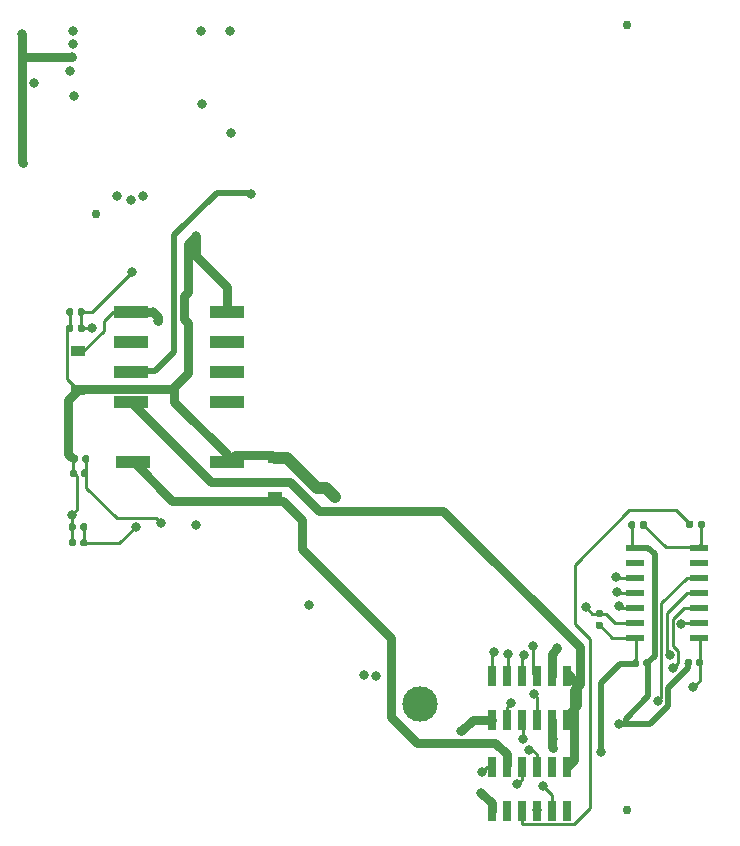
<source format=gbr>
G04 #@! TF.GenerationSoftware,KiCad,Pcbnew,5.1.6+dfsg1-1~bpo10+1*
G04 #@! TF.CreationDate,2021-06-19T16:41:49-04:00*
G04 #@! TF.ProjectId,RUSP_Daughterboard,52555350-5f44-4617-9567-68746572626f,rev?*
G04 #@! TF.SameCoordinates,Original*
G04 #@! TF.FileFunction,Copper,L4,Bot*
G04 #@! TF.FilePolarity,Positive*
%FSLAX46Y46*%
G04 Gerber Fmt 4.6, Leading zero omitted, Abs format (unit mm)*
G04 Created by KiCad (PCBNEW 5.1.6+dfsg1-1~bpo10+1) date 2021-06-19 16:41:49*
%MOMM*%
%LPD*%
G01*
G04 APERTURE LIST*
G04 #@! TA.AperFunction,ComponentPad*
%ADD10C,3.000000*%
G04 #@! TD*
G04 #@! TA.AperFunction,SMDPad,CuDef*
%ADD11C,0.750000*%
G04 #@! TD*
G04 #@! TA.AperFunction,SMDPad,CuDef*
%ADD12R,0.740000X1.675000*%
G04 #@! TD*
G04 #@! TA.AperFunction,SMDPad,CuDef*
%ADD13R,1.500000X0.600000*%
G04 #@! TD*
G04 #@! TA.AperFunction,SMDPad,CuDef*
%ADD14R,1.200000X0.900000*%
G04 #@! TD*
G04 #@! TA.AperFunction,SMDPad,CuDef*
%ADD15R,3.000000X1.110000*%
G04 #@! TD*
G04 #@! TA.AperFunction,ViaPad*
%ADD16C,0.800000*%
G04 #@! TD*
G04 #@! TA.AperFunction,Conductor*
%ADD17C,0.250000*%
G04 #@! TD*
G04 #@! TA.AperFunction,Conductor*
%ADD18C,0.750000*%
G04 #@! TD*
G04 #@! TA.AperFunction,Conductor*
%ADD19C,1.000000*%
G04 #@! TD*
G04 #@! TA.AperFunction,Conductor*
%ADD20C,0.500000*%
G04 #@! TD*
G04 APERTURE END LIST*
D10*
X154000000Y-128000000D03*
G04 #@! TA.AperFunction,SMDPad,CuDef*
G36*
G01*
X173180000Y-112677500D02*
X173180000Y-113022500D01*
G75*
G02*
X173032500Y-113170000I-147500J0D01*
G01*
X172737500Y-113170000D01*
G75*
G02*
X172590000Y-113022500I0J147500D01*
G01*
X172590000Y-112677500D01*
G75*
G02*
X172737500Y-112530000I147500J0D01*
G01*
X173032500Y-112530000D01*
G75*
G02*
X173180000Y-112677500I0J-147500D01*
G01*
G37*
G04 #@! TD.AperFunction*
G04 #@! TA.AperFunction,SMDPad,CuDef*
G36*
G01*
X172210000Y-112677500D02*
X172210000Y-113022500D01*
G75*
G02*
X172062500Y-113170000I-147500J0D01*
G01*
X171767500Y-113170000D01*
G75*
G02*
X171620000Y-113022500I0J147500D01*
G01*
X171620000Y-112677500D01*
G75*
G02*
X171767500Y-112530000I147500J0D01*
G01*
X172062500Y-112530000D01*
G75*
G02*
X172210000Y-112677500I0J-147500D01*
G01*
G37*
G04 #@! TD.AperFunction*
G04 #@! TA.AperFunction,SMDPad,CuDef*
G36*
G01*
X177490000Y-112972500D02*
X177490000Y-112627500D01*
G75*
G02*
X177637500Y-112480000I147500J0D01*
G01*
X177932500Y-112480000D01*
G75*
G02*
X178080000Y-112627500I0J-147500D01*
G01*
X178080000Y-112972500D01*
G75*
G02*
X177932500Y-113120000I-147500J0D01*
G01*
X177637500Y-113120000D01*
G75*
G02*
X177490000Y-112972500I0J147500D01*
G01*
G37*
G04 #@! TD.AperFunction*
G04 #@! TA.AperFunction,SMDPad,CuDef*
G36*
G01*
X176520000Y-112972500D02*
X176520000Y-112627500D01*
G75*
G02*
X176667500Y-112480000I147500J0D01*
G01*
X176962500Y-112480000D01*
G75*
G02*
X177110000Y-112627500I0J-147500D01*
G01*
X177110000Y-112972500D01*
G75*
G02*
X176962500Y-113120000I-147500J0D01*
G01*
X176667500Y-113120000D01*
G75*
G02*
X176520000Y-112972500I0J147500D01*
G01*
G37*
G04 #@! TD.AperFunction*
G04 #@! TA.AperFunction,SMDPad,CuDef*
G36*
G01*
X124610000Y-96027500D02*
X124610000Y-96372500D01*
G75*
G02*
X124462500Y-96520000I-147500J0D01*
G01*
X124167500Y-96520000D01*
G75*
G02*
X124020000Y-96372500I0J147500D01*
G01*
X124020000Y-96027500D01*
G75*
G02*
X124167500Y-95880000I147500J0D01*
G01*
X124462500Y-95880000D01*
G75*
G02*
X124610000Y-96027500I0J-147500D01*
G01*
G37*
G04 #@! TD.AperFunction*
G04 #@! TA.AperFunction,SMDPad,CuDef*
G36*
G01*
X125580000Y-96027500D02*
X125580000Y-96372500D01*
G75*
G02*
X125432500Y-96520000I-147500J0D01*
G01*
X125137500Y-96520000D01*
G75*
G02*
X124990000Y-96372500I0J147500D01*
G01*
X124990000Y-96027500D01*
G75*
G02*
X125137500Y-95880000I147500J0D01*
G01*
X125432500Y-95880000D01*
G75*
G02*
X125580000Y-96027500I0J-147500D01*
G01*
G37*
G04 #@! TD.AperFunction*
G04 #@! TA.AperFunction,SMDPad,CuDef*
G36*
G01*
X124835000Y-114177500D02*
X124835000Y-114522500D01*
G75*
G02*
X124687500Y-114670000I-147500J0D01*
G01*
X124392500Y-114670000D01*
G75*
G02*
X124245000Y-114522500I0J147500D01*
G01*
X124245000Y-114177500D01*
G75*
G02*
X124392500Y-114030000I147500J0D01*
G01*
X124687500Y-114030000D01*
G75*
G02*
X124835000Y-114177500I0J-147500D01*
G01*
G37*
G04 #@! TD.AperFunction*
G04 #@! TA.AperFunction,SMDPad,CuDef*
G36*
G01*
X125805000Y-114177500D02*
X125805000Y-114522500D01*
G75*
G02*
X125657500Y-114670000I-147500J0D01*
G01*
X125362500Y-114670000D01*
G75*
G02*
X125215000Y-114522500I0J147500D01*
G01*
X125215000Y-114177500D01*
G75*
G02*
X125362500Y-114030000I147500J0D01*
G01*
X125657500Y-114030000D01*
G75*
G02*
X125805000Y-114177500I0J-147500D01*
G01*
G37*
G04 #@! TD.AperFunction*
G04 #@! TA.AperFunction,SMDPad,CuDef*
G36*
G01*
X125970000Y-107077500D02*
X125970000Y-107422500D01*
G75*
G02*
X125822500Y-107570000I-147500J0D01*
G01*
X125527500Y-107570000D01*
G75*
G02*
X125380000Y-107422500I0J147500D01*
G01*
X125380000Y-107077500D01*
G75*
G02*
X125527500Y-106930000I147500J0D01*
G01*
X125822500Y-106930000D01*
G75*
G02*
X125970000Y-107077500I0J-147500D01*
G01*
G37*
G04 #@! TD.AperFunction*
G04 #@! TA.AperFunction,SMDPad,CuDef*
G36*
G01*
X125000000Y-107077500D02*
X125000000Y-107422500D01*
G75*
G02*
X124852500Y-107570000I-147500J0D01*
G01*
X124557500Y-107570000D01*
G75*
G02*
X124410000Y-107422500I0J147500D01*
G01*
X124410000Y-107077500D01*
G75*
G02*
X124557500Y-106930000I147500J0D01*
G01*
X124852500Y-106930000D01*
G75*
G02*
X125000000Y-107077500I0J-147500D01*
G01*
G37*
G04 #@! TD.AperFunction*
G04 #@! TA.AperFunction,SMDPad,CuDef*
G36*
G01*
X176960000Y-124327500D02*
X176960000Y-124672500D01*
G75*
G02*
X176812500Y-124820000I-147500J0D01*
G01*
X176517500Y-124820000D01*
G75*
G02*
X176370000Y-124672500I0J147500D01*
G01*
X176370000Y-124327500D01*
G75*
G02*
X176517500Y-124180000I147500J0D01*
G01*
X176812500Y-124180000D01*
G75*
G02*
X176960000Y-124327500I0J-147500D01*
G01*
G37*
G04 #@! TD.AperFunction*
G04 #@! TA.AperFunction,SMDPad,CuDef*
G36*
G01*
X177930000Y-124327500D02*
X177930000Y-124672500D01*
G75*
G02*
X177782500Y-124820000I-147500J0D01*
G01*
X177487500Y-124820000D01*
G75*
G02*
X177340000Y-124672500I0J147500D01*
G01*
X177340000Y-124327500D01*
G75*
G02*
X177487500Y-124180000I147500J0D01*
G01*
X177782500Y-124180000D01*
G75*
G02*
X177930000Y-124327500I0J-147500D01*
G01*
G37*
G04 #@! TD.AperFunction*
G04 #@! TA.AperFunction,SMDPad,CuDef*
G36*
G01*
X171920000Y-124722500D02*
X171920000Y-124377500D01*
G75*
G02*
X172067500Y-124230000I147500J0D01*
G01*
X172362500Y-124230000D01*
G75*
G02*
X172510000Y-124377500I0J-147500D01*
G01*
X172510000Y-124722500D01*
G75*
G02*
X172362500Y-124870000I-147500J0D01*
G01*
X172067500Y-124870000D01*
G75*
G02*
X171920000Y-124722500I0J147500D01*
G01*
G37*
G04 #@! TD.AperFunction*
G04 #@! TA.AperFunction,SMDPad,CuDef*
G36*
G01*
X172890000Y-124722500D02*
X172890000Y-124377500D01*
G75*
G02*
X173037500Y-124230000I147500J0D01*
G01*
X173332500Y-124230000D01*
G75*
G02*
X173480000Y-124377500I0J-147500D01*
G01*
X173480000Y-124722500D01*
G75*
G02*
X173332500Y-124870000I-147500J0D01*
G01*
X173037500Y-124870000D01*
G75*
G02*
X172890000Y-124722500I0J147500D01*
G01*
G37*
G04 #@! TD.AperFunction*
G04 #@! TA.AperFunction,SMDPad,CuDef*
G36*
G01*
X124610000Y-94627500D02*
X124610000Y-94972500D01*
G75*
G02*
X124462500Y-95120000I-147500J0D01*
G01*
X124167500Y-95120000D01*
G75*
G02*
X124020000Y-94972500I0J147500D01*
G01*
X124020000Y-94627500D01*
G75*
G02*
X124167500Y-94480000I147500J0D01*
G01*
X124462500Y-94480000D01*
G75*
G02*
X124610000Y-94627500I0J-147500D01*
G01*
G37*
G04 #@! TD.AperFunction*
G04 #@! TA.AperFunction,SMDPad,CuDef*
G36*
G01*
X125580000Y-94627500D02*
X125580000Y-94972500D01*
G75*
G02*
X125432500Y-95120000I-147500J0D01*
G01*
X125137500Y-95120000D01*
G75*
G02*
X124990000Y-94972500I0J147500D01*
G01*
X124990000Y-94627500D01*
G75*
G02*
X125137500Y-94480000I147500J0D01*
G01*
X125432500Y-94480000D01*
G75*
G02*
X125580000Y-94627500I0J-147500D01*
G01*
G37*
G04 #@! TD.AperFunction*
G04 #@! TA.AperFunction,SMDPad,CuDef*
G36*
G01*
X125795000Y-112852500D02*
X125795000Y-113197500D01*
G75*
G02*
X125647500Y-113345000I-147500J0D01*
G01*
X125352500Y-113345000D01*
G75*
G02*
X125205000Y-113197500I0J147500D01*
G01*
X125205000Y-112852500D01*
G75*
G02*
X125352500Y-112705000I147500J0D01*
G01*
X125647500Y-112705000D01*
G75*
G02*
X125795000Y-112852500I0J-147500D01*
G01*
G37*
G04 #@! TD.AperFunction*
G04 #@! TA.AperFunction,SMDPad,CuDef*
G36*
G01*
X124825000Y-112852500D02*
X124825000Y-113197500D01*
G75*
G02*
X124677500Y-113345000I-147500J0D01*
G01*
X124382500Y-113345000D01*
G75*
G02*
X124235000Y-113197500I0J147500D01*
G01*
X124235000Y-112852500D01*
G75*
G02*
X124382500Y-112705000I147500J0D01*
G01*
X124677500Y-112705000D01*
G75*
G02*
X124825000Y-112852500I0J-147500D01*
G01*
G37*
G04 #@! TD.AperFunction*
G04 #@! TA.AperFunction,SMDPad,CuDef*
G36*
G01*
X124910000Y-108302500D02*
X124910000Y-108647500D01*
G75*
G02*
X124762500Y-108795000I-147500J0D01*
G01*
X124467500Y-108795000D01*
G75*
G02*
X124320000Y-108647500I0J147500D01*
G01*
X124320000Y-108302500D01*
G75*
G02*
X124467500Y-108155000I147500J0D01*
G01*
X124762500Y-108155000D01*
G75*
G02*
X124910000Y-108302500I0J-147500D01*
G01*
G37*
G04 #@! TD.AperFunction*
G04 #@! TA.AperFunction,SMDPad,CuDef*
G36*
G01*
X125880000Y-108302500D02*
X125880000Y-108647500D01*
G75*
G02*
X125732500Y-108795000I-147500J0D01*
G01*
X125437500Y-108795000D01*
G75*
G02*
X125290000Y-108647500I0J147500D01*
G01*
X125290000Y-108302500D01*
G75*
G02*
X125437500Y-108155000I147500J0D01*
G01*
X125732500Y-108155000D01*
G75*
G02*
X125880000Y-108302500I0J-147500D01*
G01*
G37*
G04 #@! TD.AperFunction*
D11*
X126500000Y-86500000D03*
X171500000Y-70500000D03*
X171500000Y-137000000D03*
D12*
X166375000Y-125660000D03*
X166375000Y-129340000D03*
X165105000Y-125660000D03*
X165105000Y-129340000D03*
X163835000Y-125660000D03*
X163835000Y-129340000D03*
X162565000Y-125660000D03*
X162565000Y-129340000D03*
X161295000Y-125660000D03*
X161295000Y-129340000D03*
X160025000Y-129340000D03*
X160025000Y-125660000D03*
X160025000Y-133360000D03*
X160025000Y-137040000D03*
X161295000Y-137040000D03*
X161295000Y-133360000D03*
X162565000Y-137040000D03*
X162565000Y-133360000D03*
X163835000Y-137040000D03*
X163835000Y-133360000D03*
X165105000Y-137040000D03*
X165105000Y-133360000D03*
X166375000Y-137040000D03*
X166375000Y-133360000D03*
G04 #@! TA.AperFunction,SMDPad,CuDef*
G36*
G01*
X169322500Y-121630000D02*
X168977500Y-121630000D01*
G75*
G02*
X168830000Y-121482500I0J147500D01*
G01*
X168830000Y-121187500D01*
G75*
G02*
X168977500Y-121040000I147500J0D01*
G01*
X169322500Y-121040000D01*
G75*
G02*
X169470000Y-121187500I0J-147500D01*
G01*
X169470000Y-121482500D01*
G75*
G02*
X169322500Y-121630000I-147500J0D01*
G01*
G37*
G04 #@! TD.AperFunction*
G04 #@! TA.AperFunction,SMDPad,CuDef*
G36*
G01*
X169322500Y-120660000D02*
X168977500Y-120660000D01*
G75*
G02*
X168830000Y-120512500I0J147500D01*
G01*
X168830000Y-120217500D01*
G75*
G02*
X168977500Y-120070000I147500J0D01*
G01*
X169322500Y-120070000D01*
G75*
G02*
X169470000Y-120217500I0J-147500D01*
G01*
X169470000Y-120512500D01*
G75*
G02*
X169322500Y-120660000I-147500J0D01*
G01*
G37*
G04 #@! TD.AperFunction*
D13*
X172150000Y-122410000D03*
X172150000Y-121140000D03*
X172150000Y-119870000D03*
X172150000Y-118600000D03*
X172150000Y-117330000D03*
X172150000Y-116060000D03*
X172150000Y-114790000D03*
X177550000Y-114790000D03*
X177550000Y-116060000D03*
X177550000Y-117330000D03*
X177550000Y-118600000D03*
X177550000Y-119870000D03*
X177550000Y-121140000D03*
X177550000Y-122410000D03*
D14*
X125000000Y-101450000D03*
X125000000Y-98150000D03*
X141700000Y-110450000D03*
X141700000Y-107150000D03*
D15*
X129630000Y-107530000D03*
X129502000Y-102450000D03*
X129502000Y-99910000D03*
X129502000Y-97370000D03*
X129502000Y-94830000D03*
X137630000Y-94830000D03*
X137630000Y-97370000D03*
X137630000Y-99910000D03*
X137630000Y-102450000D03*
X137630000Y-107530000D03*
D16*
X120300000Y-71300000D03*
X135000000Y-88400000D03*
X124500000Y-112000000D03*
X124500000Y-73200000D03*
X157480000Y-130302000D03*
X120396006Y-82200000D03*
X146812000Y-110490000D03*
X146050000Y-109728000D03*
X149225010Y-125524888D03*
X159132660Y-135507340D03*
X165600000Y-123300000D03*
X170800000Y-129700000D03*
X174149991Y-127749991D03*
X162700000Y-131000000D03*
X175400000Y-125000000D03*
X161400000Y-123800000D03*
X160200000Y-123600000D03*
X161694805Y-127925000D03*
X139700000Y-84836000D03*
X177100000Y-126600000D03*
X121300000Y-75400000D03*
X137900000Y-71000000D03*
X138000000Y-79700000D03*
X159200000Y-133800000D03*
X169300000Y-132100000D03*
X170650000Y-118550000D03*
X124350000Y-74400000D03*
X129537660Y-85362340D03*
X170600000Y-117250000D03*
X124550000Y-72150000D03*
X130481712Y-85032505D03*
X135500000Y-77250000D03*
X163600000Y-127200000D03*
X170800000Y-119750000D03*
X128300000Y-85000000D03*
X124650000Y-76500000D03*
X168000000Y-119800000D03*
X176100000Y-121200000D03*
X163500000Y-123100000D03*
X164400000Y-134974990D03*
X126200000Y-96200000D03*
X129600000Y-91400000D03*
X163200000Y-131900000D03*
X129900000Y-113000000D03*
X163900000Y-137025010D03*
X132029325Y-112674990D03*
X162200000Y-134800000D03*
X135010743Y-112824979D03*
X144599994Y-119600000D03*
X150213474Y-125676423D03*
X124600000Y-71000000D03*
X135400000Y-71000000D03*
X165201292Y-131775010D03*
X131400000Y-94800000D03*
X165201292Y-131001292D03*
X131826000Y-95600000D03*
X167500000Y-126300000D03*
X162775000Y-123900000D03*
X175125010Y-123900000D03*
D17*
X124530000Y-113025000D02*
X124530000Y-112030000D01*
X124530000Y-112030000D02*
X124500000Y-112000000D01*
D18*
X160025000Y-129340000D02*
X158442000Y-129340000D01*
X158442000Y-129340000D02*
X157480000Y-130302000D01*
X120410000Y-73200000D02*
X120300000Y-73310000D01*
X124500000Y-73200000D02*
X120410000Y-73200000D01*
X120300000Y-71300000D02*
X120300000Y-73310000D01*
X135000000Y-88400000D02*
X135000000Y-90042000D01*
X135000000Y-90042000D02*
X137668000Y-92710000D01*
X137668000Y-92710000D02*
X137668000Y-94742000D01*
X125130001Y-101319999D02*
X133026003Y-101319999D01*
X125000000Y-101450000D02*
X125130001Y-101319999D01*
X133026003Y-101319999D02*
X133175001Y-101171001D01*
D17*
X124315000Y-94800000D02*
X124315000Y-96121000D01*
X124074999Y-96361001D02*
X124074999Y-100452999D01*
X124315000Y-96121000D02*
X124074999Y-96361001D01*
X124074999Y-100452999D02*
X125222000Y-101600000D01*
X124615000Y-108475000D02*
X124615000Y-107287000D01*
X124500000Y-112000000D02*
X124968000Y-111532000D01*
X124968000Y-111532000D02*
X124968000Y-108712000D01*
X124968000Y-108712000D02*
X124714000Y-108458000D01*
D18*
X125000000Y-101450000D02*
X124206000Y-102244000D01*
X124206000Y-106869214D02*
X124460000Y-107123214D01*
X124206000Y-102244000D02*
X124206000Y-106869214D01*
X120300000Y-73310000D02*
X120300000Y-82103994D01*
X120300000Y-82103994D02*
X120396006Y-82200000D01*
D19*
X146050000Y-109728000D02*
X145288000Y-109728000D01*
X145288000Y-109728000D02*
X142748000Y-107188000D01*
X142748000Y-107188000D02*
X141732000Y-107188000D01*
D17*
X124540000Y-114350000D02*
X124540000Y-113204000D01*
D18*
X137600000Y-107600000D02*
X138266000Y-106934000D01*
X137600000Y-106866000D02*
X137600000Y-107600000D01*
X138266000Y-106934000D02*
X141478000Y-106934000D01*
X133175001Y-101171001D02*
X133175001Y-102441001D01*
X133175001Y-102441001D02*
X137600000Y-106866000D01*
X134366000Y-95766000D02*
X134366000Y-99980002D01*
X134366000Y-93134000D02*
X134000000Y-93500000D01*
X134000000Y-95400000D02*
X134366000Y-95766000D01*
X134000000Y-93500000D02*
X134000000Y-95400000D01*
X134366000Y-99980002D02*
X133175001Y-101171001D01*
X135000000Y-88400000D02*
X134366000Y-89034000D01*
X134366000Y-89034000D02*
X134366000Y-93134000D01*
X160025000Y-136399680D02*
X159132660Y-135507340D01*
X160025000Y-137040000D02*
X160025000Y-136399680D01*
D19*
X146050000Y-109728000D02*
X146812000Y-110490000D01*
D17*
X171915000Y-114515000D02*
X172200000Y-114800000D01*
X171915000Y-112850000D02*
X171915000Y-114515000D01*
D18*
X165105000Y-123795000D02*
X165600000Y-123300000D01*
X165105000Y-125660000D02*
X165105000Y-123795000D01*
D17*
X176665000Y-124500000D02*
X176370000Y-124500000D01*
D20*
X171400000Y-129241980D02*
X173300000Y-127341980D01*
X171400000Y-129700000D02*
X171400000Y-129241980D01*
X173300000Y-127341980D02*
X173300000Y-124600000D01*
X173457984Y-129700000D02*
X171400000Y-129700000D01*
X174999992Y-128157992D02*
X173457984Y-129700000D01*
X174999992Y-126658010D02*
X174999992Y-128157992D01*
X176665000Y-124993002D02*
X174999992Y-126658010D01*
X176665000Y-124500000D02*
X176665000Y-124993002D01*
X173824990Y-123910010D02*
X173824990Y-115324990D01*
X173185000Y-124550000D02*
X173824990Y-123910010D01*
X173824990Y-115324990D02*
X173300000Y-114800000D01*
X173300000Y-114800000D02*
X172100000Y-114800000D01*
X171400000Y-129700000D02*
X170800000Y-129700000D01*
D17*
X162700000Y-131000000D02*
X162700000Y-129300000D01*
X174400000Y-127499982D02*
X174149991Y-127749991D01*
X174400000Y-119480000D02*
X174400000Y-127499982D01*
X176550000Y-117330000D02*
X174400000Y-119480000D01*
X177550000Y-117330000D02*
X176550000Y-117330000D01*
X161400000Y-123800000D02*
X161400000Y-125400000D01*
X175850011Y-124549989D02*
X175400000Y-125000000D01*
X177550000Y-119870000D02*
X176356998Y-119870000D01*
X176356998Y-119870000D02*
X175374999Y-120851999D01*
X175374999Y-123076987D02*
X175850011Y-123551999D01*
X175374999Y-120851999D02*
X175374999Y-123076987D01*
X175850011Y-123551999D02*
X175850011Y-124549989D01*
X160025000Y-123775000D02*
X160200000Y-123600000D01*
X160025000Y-125660000D02*
X160025000Y-123775000D01*
X161295000Y-129340000D02*
X161295000Y-128324805D01*
X161295000Y-128324805D02*
X161694805Y-127925000D01*
D20*
X139573000Y-84709000D02*
X139700000Y-84836000D01*
X136779000Y-84709000D02*
X139573000Y-84709000D01*
X133174989Y-98219011D02*
X131572000Y-99822000D01*
X131572000Y-99822000D02*
X129286000Y-99822000D01*
X133174989Y-88313011D02*
X133174989Y-98219011D01*
X136779000Y-84709000D02*
X133174989Y-88313011D01*
D17*
X177635000Y-124500000D02*
X177635000Y-122485000D01*
X177635000Y-122485000D02*
X177620000Y-122500000D01*
X177620000Y-122500000D02*
X177550000Y-122500000D01*
X177635000Y-124500000D02*
X177635000Y-126065000D01*
X177635000Y-126065000D02*
X177100000Y-126600000D01*
X160025000Y-133360000D02*
X159640000Y-133360000D01*
X159640000Y-133360000D02*
X159200000Y-133800000D01*
X172150000Y-122410000D02*
X170260000Y-122410000D01*
X170260000Y-122410000D02*
X169200000Y-121350000D01*
X172215000Y-124550000D02*
X172215000Y-122565000D01*
D20*
X169300000Y-132100000D02*
X169300000Y-126200000D01*
X169300000Y-126200000D02*
X170900000Y-124600000D01*
X170900000Y-124600000D02*
X172200000Y-124600000D01*
D17*
X172150000Y-118600000D02*
X170700000Y-118600000D01*
X170700000Y-118600000D02*
X170650000Y-118550000D01*
X172150000Y-117330000D02*
X170680000Y-117330000D01*
X170680000Y-117330000D02*
X170600000Y-117250000D01*
X163835000Y-127435000D02*
X163600000Y-127200000D01*
X163835000Y-129340000D02*
X163835000Y-127435000D01*
X172150000Y-119870000D02*
X170920000Y-119870000D01*
X170920000Y-119870000D02*
X170800000Y-119750000D01*
X169150000Y-120365000D02*
X169715000Y-120365000D01*
X169715000Y-120365000D02*
X170500000Y-121150000D01*
X170500000Y-121150000D02*
X172200000Y-121150000D01*
X169150000Y-120350000D02*
X168550000Y-120350000D01*
X168550000Y-120350000D02*
X168000000Y-119800000D01*
X177550000Y-121140000D02*
X176160000Y-121140000D01*
X176160000Y-121140000D02*
X176100000Y-121200000D01*
X163500000Y-125400000D02*
X163500000Y-123100000D01*
X163800000Y-125700000D02*
X163500000Y-125400000D01*
X165105000Y-135679990D02*
X164400000Y-134974990D01*
X165105000Y-137040000D02*
X165105000Y-135679990D01*
X125285000Y-96200000D02*
X126200000Y-96200000D01*
X126200000Y-94800000D02*
X129600000Y-91400000D01*
X125285000Y-96200000D02*
X125285000Y-94800000D01*
X125285000Y-94800000D02*
X126200000Y-94800000D01*
X163835000Y-133360000D02*
X163835000Y-132272500D01*
X163462500Y-131900000D02*
X163200000Y-131900000D01*
X163835000Y-132272500D02*
X163462500Y-131900000D01*
X128500000Y-114400000D02*
X129900000Y-113000000D01*
X125600000Y-114400000D02*
X128500000Y-114400000D01*
X125510000Y-114350000D02*
X125510000Y-113010000D01*
X125700000Y-109700000D02*
X128274991Y-112274991D01*
X131629326Y-112274991D02*
X132029325Y-112674990D01*
X128274991Y-112274991D02*
X131629326Y-112274991D01*
X125700000Y-107300000D02*
X125700000Y-109700000D01*
X162565000Y-133360000D02*
X162565000Y-134435000D01*
X162565000Y-134435000D02*
X162200000Y-134800000D01*
X175600000Y-111600000D02*
X176800000Y-112800000D01*
X171700000Y-111600000D02*
X175600000Y-111600000D01*
X167100000Y-116200000D02*
X171700000Y-111600000D01*
X162565000Y-138127500D02*
X162640001Y-138202501D01*
X167005001Y-138202501D02*
X168400000Y-136807502D01*
X162565000Y-137040000D02*
X162565000Y-138127500D01*
X162640001Y-138202501D02*
X167005001Y-138202501D01*
X167100000Y-121200000D02*
X167100000Y-116200000D01*
X168400000Y-136807502D02*
X168400000Y-122500000D01*
X168400000Y-122500000D02*
X167100000Y-121200000D01*
D18*
X165105000Y-129340000D02*
X165105000Y-131678718D01*
X165105000Y-131678718D02*
X165201292Y-131775010D01*
D17*
X125000000Y-98150000D02*
X125450000Y-98150000D01*
X125450000Y-98150000D02*
X127200000Y-96400000D01*
X127200000Y-96400000D02*
X127200000Y-95600000D01*
X127200000Y-95600000D02*
X128000000Y-94800000D01*
X128000000Y-94800000D02*
X129400000Y-94800000D01*
D18*
X131370000Y-94830000D02*
X131400000Y-94800000D01*
X129502000Y-94830000D02*
X131370000Y-94830000D01*
X131400000Y-94800000D02*
X131826000Y-95226000D01*
X131826000Y-95226000D02*
X131826000Y-95600000D01*
X161300000Y-132259635D02*
X161300000Y-133200000D01*
X160320896Y-131280531D02*
X161300000Y-132259635D01*
X153695030Y-131280531D02*
X160320896Y-131280531D01*
X151500000Y-129085501D02*
X153695030Y-131280531D01*
X129800000Y-107600000D02*
X133000000Y-110800000D01*
X133000000Y-110800000D02*
X142400000Y-110800000D01*
X144000000Y-114914248D02*
X151500000Y-122414248D01*
X142400000Y-110800000D02*
X144000000Y-112400000D01*
X151500000Y-122414248D02*
X151500000Y-129085501D01*
X144000000Y-112400000D02*
X144000000Y-114914248D01*
X166375000Y-129340000D02*
X166375000Y-129025000D01*
X166375000Y-129025000D02*
X167300000Y-128100000D01*
X167300000Y-128100000D02*
X167300000Y-126300000D01*
X167300000Y-126300000D02*
X166500000Y-125500000D01*
X166999999Y-132735001D02*
X166999999Y-127299999D01*
X166999999Y-128715001D02*
X166999999Y-127299999D01*
X166375000Y-133360000D02*
X166999999Y-132735001D01*
X166999999Y-127299999D02*
X166999999Y-126800001D01*
X166999999Y-126800001D02*
X167500000Y-126300000D01*
X166375000Y-129340000D02*
X166999999Y-128715001D01*
X129502000Y-102450000D02*
X136252000Y-109200000D01*
X136252000Y-109200000D02*
X142943517Y-109200000D01*
X142943517Y-109200000D02*
X145400000Y-111656483D01*
X167500000Y-123200000D02*
X167500000Y-126300000D01*
X145400000Y-111656483D02*
X155956483Y-111656483D01*
X155956483Y-111656483D02*
X167500000Y-123200000D01*
D17*
X162565000Y-125660000D02*
X162565000Y-124110000D01*
X162565000Y-124110000D02*
X162775000Y-123900000D01*
X177550000Y-118600000D02*
X176550000Y-118600000D01*
X176550000Y-118600000D02*
X174850011Y-120299989D01*
X174850011Y-123625001D02*
X175125010Y-123900000D01*
X174850011Y-120299989D02*
X174850011Y-123625001D01*
X177785000Y-112800000D02*
X177785000Y-114415000D01*
X177785000Y-114415000D02*
X177400000Y-114800000D01*
X172885000Y-112850000D02*
X172885000Y-112815000D01*
X172885000Y-112815000D02*
X174770000Y-114700000D01*
X174770000Y-114700000D02*
X177550000Y-114700000D01*
M02*

</source>
